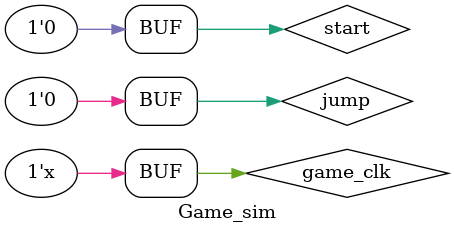
<source format=v>
`timescale 1ns / 1ps


module Game_sim;

	// Inputs
	reg game_clk;
	reg jump;
	reg start;

	// Outputs
	wire night;
	wire [11:0] dino_y;
	wire [11:0] obstacle_x;
	wire game_over;
	wire [1:0] dino_state;

	// Instantiate the Unit Under Test (UUT)
	Game uut (
		.game_clk(game_clk), 
		.jump(jump), 
		.start(start), 
		.night(night), 
		.dino_y(dino_y), 
		.obstacle_x(obstacle_x), 
		.game_over(game_over), 
		.dino_state(dino_state)
	);

	initial begin
		// Initialize Inputs
		game_clk = 0;
		jump = 0;
		start = 0;

		// Wait 100 ns for global reset to finish
		#100;
        
		// Add stimulus here
		
		start = 1;
		#40;
		start = 0;
		#30;
		jump = 1;
		#40;
		jump = 0;
	end
always
begin
	game_clk = ~game_clk;
	#20;
end
endmodule


</source>
